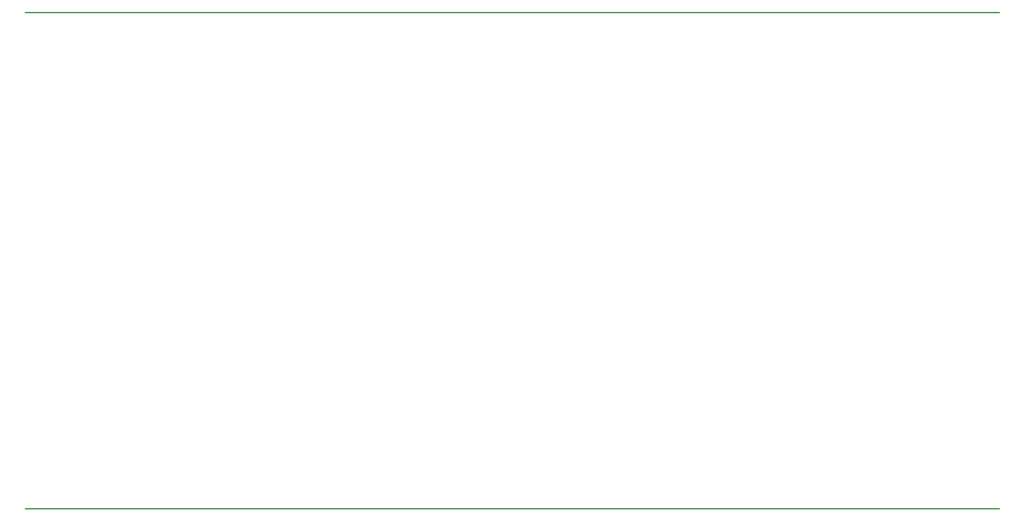
<source format=gbo>
G04*
G04 #@! TF.GenerationSoftware,Altium Limited,Altium Designer,21.9.1 (22)*
G04*
G04 Layer_Color=32896*
%FSLAX25Y25*%
%MOIN*%
G70*
G04*
G04 #@! TF.SameCoordinates,09011E39-4F28-45AE-BCC4-A3E871BFE86D*
G04*
G04*
G04 #@! TF.FilePolarity,Positive*
G04*
G01*
G75*
%ADD12C,0.00500*%
D12*
X105000Y110000D02*
X595000Y110000D01*
X105000Y360000D02*
X595000D01*
M02*

</source>
